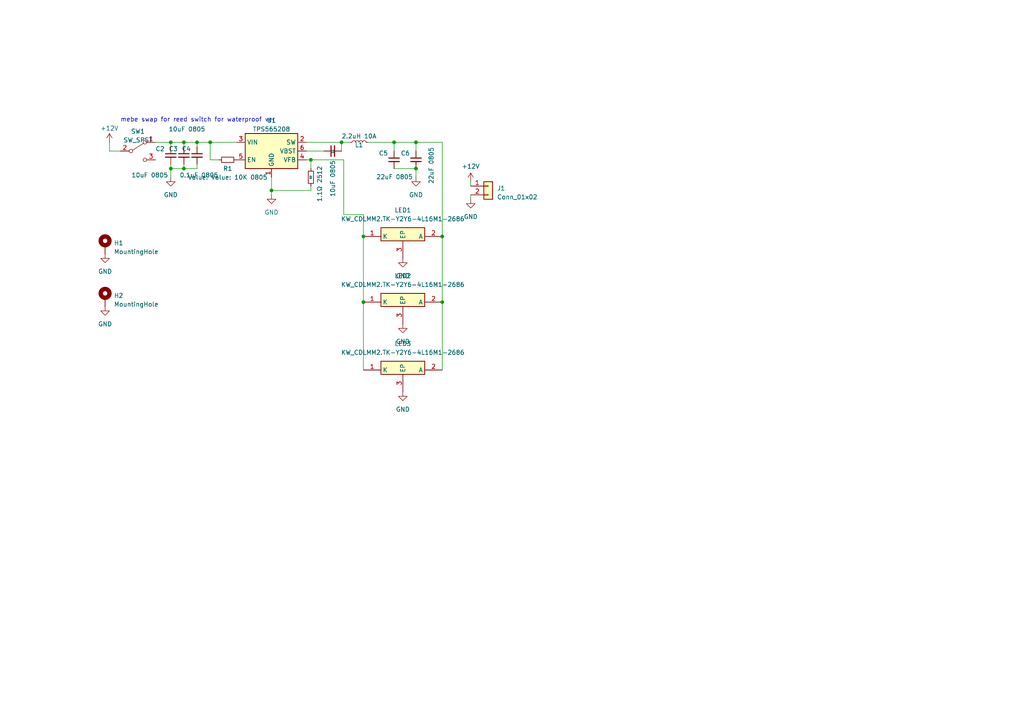
<source format=kicad_sch>
(kicad_sch (version 20230121) (generator eeschema)
  (paper "A4")
  (lib_symbols
    (symbol "Connector_Generic:Conn_01x02" (pin_names (offset 1.016) hide)
      (property "Reference" "J" (at 0 2.54 0))
      (property "Value" "Conn_01x02" (at 0 -5.08 0))
      (symbol "Conn_01x02_1_1"
        (rectangle (start -1.27 -2.413) (end 0 -2.667) (stroke (width 0.1524)))
        (rectangle (start -1.27 0.127) (end 0 -0.127) (stroke (width 0.1524)))
        (rectangle (start -1.27 1.27) (end 1.27 -3.81) (stroke (width 0.254)) (fill (type background)))
        (pin passive line (at -5.08 0 0) (length 3.81) (name "Pin_1") (number "1"))
        (pin passive line (at -5.08 -2.54 0) (length 3.81) (name "Pin_2") (number "2"))
      )
    )
    (symbol "Device:C_Small" (pin_numbers hide) (pin_names (offset 0.254) hide)
      (property "Reference" "C" (at 0.254 1.778 0))
      (property "Value" "C_Small" (at 0.254 -2.032 0))
      (symbol "C_Small_0_1"
        (polyline (pts (xy -1.524 -0.508) (xy 1.524 -0.508)) (stroke (width 0.3302)))
        (polyline (pts (xy -1.524 0.508) (xy 1.524 0.508)) (stroke (width 0.3048)))
      )
      (symbol "C_Small_1_1"
        (pin passive line (at 0 2.54 270) (length 2.032) (name "~") (number "1"))
        (pin passive line (at 0 -2.54 90) (length 2.032) (name "~") (number "2"))
      )
    )
    (symbol "Device:L_Small" (pin_numbers hide) (pin_names (offset 0.254) hide)
      (property "Reference" "L" (at 0.762 1.016 0))
      (property "Value" "L_Small" (at 0.762 -1.016 0))
      (symbol "L_Small_0_1"
        (arc (start 0 -2.032) (mid 0.5058 -1.524) (end 0 -1.016))
        (arc (start 0 -1.016) (mid 0.5058 -0.508) (end 0 0))
        (arc (start 0 0) (mid 0.5058 0.508) (end 0 1.016))
        (arc (start 0 1.016) (mid 0.5058 1.524) (end 0 2.032))
      )
      (symbol "L_Small_1_1"
        (pin passive line (at 0 2.54 270) (length 0.508) (name "~") (number "1"))
        (pin passive line (at 0 -2.54 90) (length 0.508) (name "~") (number "2"))
      )
    )
    (symbol "Device:R_Small" (pin_numbers hide) (pin_names (offset 0.254) hide)
      (property "Reference" "R" (at 0.762 0.508 0))
      (property "Value" "R_Small" (at 0.762 -1.016 0))
      (symbol "R_Small_0_1"
        (rectangle (start -0.762 1.778) (end 0.762 -1.778) (stroke (width 0.2032)))
      )
      (symbol "R_Small_1_1"
        (pin passive line (at 0 2.54 270) (length 0.762) (name "~") (number "1"))
        (pin passive line (at 0 -2.54 90) (length 0.762) (name "~") (number "2"))
      )
    )
    (symbol "KW_CDLMM2_TK-Y2Y6-4L16M1-2686:KW_CDLMM2.TK-Y2Y6-4L16M1-2686"
      (property "Reference" "LED5" (at 11.43 7.62 0))
      (property "Value" "KW_CDLMM2.TK-Y2Y6-4L16M1-2686" (at 11.43 5.08 0))
      (symbol "KW_CDLMM2.TK-Y2Y6-4L16M1-2686_1_1"
        (rectangle (start 5.08 2.54) (end 17.78 -1.27) (stroke (width 0.254)) (fill (type background)))
        (pin passive line (at 0 0 0) (length 5.08) (name "K") (number "1"))
        (pin passive line (at 22.86 0 180) (length 5.08) (name "A") (number "2"))
        (pin passive line (at 11.43 -6.35 90) (length 5.08) (name "EP") (number "3"))
      )
    )
    (symbol "Mechanical:MountingHole_Pad" (pin_numbers hide) (pin_names (offset 1.016) hide)
      (property "Reference" "H" (at 0 6.35 0))
      (property "Value" "MountingHole_Pad" (at 0 4.445 0))
      (symbol "MountingHole_Pad_0_1"
        (circle (center 0 1.27) (radius 1.27) (stroke (width 1.27)))
      )
      (symbol "MountingHole_Pad_1_1"
        (pin input line (at 0 -2.54 90) (length 2.54) (name "1") (number "1"))
      )
    )
    (symbol "Regulator_Switching:TPS565208"
      (property "Reference" "U" (at -7.62 6.35 0))
      (property "Value" "TPS565208" (at -2.54 6.35 0))
      (symbol "TPS565208_0_1"
        (rectangle (start -7.62 5.08) (end 7.62 -5.08) (stroke (width 0.254)) (fill (type background)))
      )
      (symbol "TPS565208_1_1"
        (pin power_in line (at 0 -7.62 90) (length 2.54) (name "GND") (number "1"))
        (pin output line (at 10.16 2.54 180) (length 2.54) (name "SW") (number "2"))
        (pin power_in line (at -10.16 2.54 0) (length 2.54) (name "VIN") (number "3"))
        (pin input line (at 10.16 -2.54 180) (length 2.54) (name "VFB") (number "4"))
        (pin input line (at -10.16 -2.54 0) (length 2.54) (name "EN") (number "5"))
        (pin passive line (at 10.16 0 180) (length 2.54) (name "VBST") (number "6"))
      )
    )
    (symbol "Switch:SW_SPDT" (pin_names (offset 0) hide)
      (property "Reference" "SW" (at 0 4.318 0))
      (property "Value" "SW_SPDT" (at 0 -5.08 0))
      (symbol "SW_SPDT_0_0"
        (circle (center -2.032 0) (radius 0.508))
        (circle (center 2.032 -2.54) (radius 0.508))
      )
      (symbol "SW_SPDT_0_1"
        (polyline (pts (xy -1.524 0.254) (xy 1.651 2.286)))
        (circle (center 2.032 2.54) (radius 0.508))
      )
      (symbol "SW_SPDT_1_1"
        (pin passive line (at 5.08 2.54 180) (length 2.54) (name "A") (number "1"))
        (pin passive line (at -5.08 0 0) (length 2.54) (name "B") (number "2"))
        (pin passive line (at 5.08 -2.54 180) (length 2.54) (name "C") (number "3"))
      )
    )
    (symbol "power:+12V" (power) (pin_names (offset 0))
      (property "Value" "+12V" (at 0 3.556 0))
      (symbol "+12V_0_1"
        (polyline (pts (xy -0.762 1.27) (xy 0 2.54)))
        (polyline (pts (xy 0 0) (xy 0 2.54)))
        (polyline (pts (xy 0 2.54) (xy 0.762 1.27)))
      )
      (symbol "+12V_1_1"
        (pin power_in line (at 0 0 90) (length 0) hide (name "+12V") (number "1"))
      )
    )
    (symbol "power:GND" (power) (pin_names (offset 0))
      (property "Value" "GND" (at 0 -3.81 0))
      (symbol "GND_0_1"
        (polyline (pts (xy 0 0) (xy 0 -1.27) (xy 1.27 -1.27) (xy 0 -2.54) (xy -1.27 -1.27) (xy 0 -1.27)))
      )
      (symbol "GND_1_1"
        (pin power_in line (at 0 0 270) (length 0) hide (name "GND") (number "1"))
      )
    )
  )
  (junction (at 114.3 41.275))
  (junction (at 120.65 48.895))
  (junction (at 78.74 55.245))
  (junction (at 49.53 48.895))
  (junction (at 57.15 41.275))
  (junction (at 53.34 41.275))
  (junction (at 90.17 46.355))
  (junction (at 49.53 41.275))
  (junction (at 128.27 87.63))
  (junction (at 120.65 41.275))
  (junction (at 60.96 41.275))
  (junction (at 53.34 48.895))
  (junction (at 105.41 87.63))
  (junction (at 105.41 68.58))
  (junction (at 128.27 68.58))
  (junction (at 99.06 41.275))
  (wire (pts (xy 128.27 87.63) (xy 128.27 107.315)))
  (wire (pts (xy 49.53 48.895) (xy 49.53 47.625)))
  (wire (pts (xy 128.27 68.58) (xy 128.27 87.63)))
  (wire (pts (xy 53.34 48.895) (xy 57.15 48.895)))
  (wire (pts (xy 120.65 51.435) (xy 120.65 48.895)))
  (wire (pts (xy 31.75 43.815) (xy 34.925 43.815)))
  (wire (pts (xy 57.15 48.895) (xy 57.15 47.625)))
  (wire (pts (xy 53.34 48.895) (xy 53.34 47.625)))
  (wire (pts (xy 120.65 41.275) (xy 128.27 41.275)))
  (wire (pts (xy 136.525 56.515) (xy 136.525 57.785)))
  (wire (pts (xy 57.15 41.275) (xy 60.96 41.275)))
  (wire (pts (xy 60.96 46.355) (xy 60.96 41.275)))
  (wire (pts (xy 60.96 46.355) (xy 63.5 46.355)))
  (wire (pts (xy 99.06 41.275) (xy 101.6 41.275)))
  (wire (pts (xy 45.085 41.275) (xy 49.53 41.275)))
  (wire (pts (xy 88.9 43.815) (xy 93.98 43.815)))
  (wire (pts (xy 49.53 42.545) (xy 49.53 41.275)))
  (wire (pts (xy 105.41 62.23) (xy 105.41 68.58)))
  (wire (pts (xy 49.53 48.895) (xy 53.34 48.895)))
  (wire (pts (xy 99.06 41.275) (xy 88.9 41.275)))
  (wire (pts (xy 120.65 41.275) (xy 114.3 41.275)))
  (wire (pts (xy 120.65 48.895) (xy 114.3 48.895)))
  (wire (pts (xy 53.34 41.275) (xy 53.34 42.545)))
  (wire (pts (xy 78.74 55.245) (xy 90.17 55.245)))
  (wire (pts (xy 49.53 51.435) (xy 49.53 48.895)))
  (wire (pts (xy 78.74 56.515) (xy 78.74 55.245)))
  (wire (pts (xy 99.695 46.355) (xy 99.695 62.23)))
  (wire (pts (xy 99.695 46.355) (xy 90.17 46.355)))
  (wire (pts (xy 105.41 62.23) (xy 99.695 62.23)))
  (wire (pts (xy 114.3 41.275) (xy 106.68 41.275)))
  (wire (pts (xy 114.3 43.815) (xy 114.3 41.275)))
  (wire (pts (xy 90.17 46.355) (xy 88.9 46.355)))
  (wire (pts (xy 105.41 68.58) (xy 105.41 87.63)))
  (wire (pts (xy 99.06 41.275) (xy 99.06 43.815)))
  (wire (pts (xy 53.34 41.275) (xy 57.15 41.275)))
  (wire (pts (xy 60.96 41.275) (xy 68.58 41.275)))
  (wire (pts (xy 128.27 41.275) (xy 128.27 68.58)))
  (wire (pts (xy 120.65 43.815) (xy 120.65 41.275)))
  (wire (pts (xy 57.15 41.275) (xy 57.15 42.545)))
  (wire (pts (xy 136.525 52.705) (xy 136.525 53.975)))
  (wire (pts (xy 105.41 87.63) (xy 105.41 107.315)))
  (wire (pts (xy 31.75 43.815) (xy 31.75 41.275)))
  (wire (pts (xy 49.53 41.275) (xy 53.34 41.275)))
  (wire (pts (xy 90.17 48.895) (xy 90.17 46.355)))
  (wire (pts (xy 78.74 55.245) (xy 78.74 51.435)))
  (wire (pts (xy 90.17 55.245) (xy 90.17 53.975)))
  (text "mebe swap for reed switch for waterproof ver" (at 34.925 35.56 0) (effects (font (size 1.27 1.27)) (justify left bottom)))
  (symbol (lib_id "Device:C_Small") (at 114.3 46.355 0) (unit 1)
    (property "Reference" "C5" (at 109.855 44.45 0) (effects (justify left)))
    (property "Value" "22uF 0805" (at 109.093 51.308 0) (effects (justify left)))
    (property "Footprint" "Capacitor_SMD:C_0805_2012Metric" (effects hide))
  )
  (symbol (lib_id "KW_CDLMM2_TK-Y2Y6-4L16M1-2686:KW_CDLMM2.TK-Y2Y6-4L16M1-2686") (at 105.41 87.63 0) (unit 1)
    (property "Reference" "LED2" (at 116.84 80.01 0))
    (property "Value" "KW_CDLMM2.TK-Y2Y6-4L16M1-2686" (at 116.84 82.55 0))
    (property "Footprint" "KW_CDLMM2.TK:KWCDLMM2TKY2Y64L16M12686" (effects hide))
    (property "Datasheet" "https://look.ams-osram.com/m/718522850bffd999/original/KW-CDLMM2-TK.pdf" (effects hide))
    (property "Height" "0.767" (effects hide))
    (property "Manufacturer_Name" "ams OSRAM" (effects hide))
    (property "Manufacturer_Part_Number" "KW CDLMM2.TK-Y2Y6-4L16M1-2686" (effects hide))
  )
  (symbol (lib_id "Regulator_Switching:TPS565208") (at 78.74 43.815 0) (unit 1)
    (property "Reference" "U1" (at 78.74 34.925 0))
    (property "Value" "TPS565208" (at 78.74 37.465 0))
    (property "Footprint" "Package_TO_SOT_SMD:SOT-23-6" (effects hide))
    (property "Datasheet" "http://www.ti.com/lit/ds/symlink/tps565208.pdf" (effects hide))
  )
  (symbol (lib_id "power:GND") (at 30.48 73.66 0) (unit 1)
    (property "Reference" "#PWR08" (effects hide))
    (property "Value" "GND" (at 30.48 78.74 0))
  )
  (symbol (lib_id "Mechanical:MountingHole_Pad") (at 30.48 71.12 0) (unit 1)
    (property "Reference" "H1" (at 33.02 70.485 0) (effects (justify left)))
    (property "Value" "MountingHole" (at 33.02 73.025 0) (effects (justify left)))
    (property "Footprint" "MountingHole:MountingHole_2.2mm_M2_DIN965_Pad" (effects hide))
  )
  (symbol (lib_id "Switch:SW_SPDT") (at 40.005 43.815 0) (unit 1)
    (property "Reference" "SW1" (at 40.005 38.1 0))
    (property "Value" "SW_SPST" (at 40.005 40.64 0))
    (property "Footprint" "Connector_Wire:SolderWire-0.1sqmm_1x03_P3.6mm_D0.4mm_OD1mm" (effects hide))
  )
  (symbol (lib_id "power:GND") (at 49.53 51.435 0) (unit 1)
    (property "Reference" "#PWR02" (effects hide))
    (property "Value" "GND" (at 49.53 56.515 0))
  )
  (symbol (lib_id "Device:C_Small") (at 120.65 46.355 0) (unit 1)
    (property "Reference" "C6" (at 116.205 44.45 0) (effects (justify left)))
    (property "Value" "22uF 0805" (at 125.095 53.34 90) (effects (justify left)))
    (property "Footprint" "Capacitor_SMD:C_0805_2012Metric" (effects hide))
  )
  (symbol (lib_id "Device:C_Small") (at 57.15 45.085 0) (unit 1)
    (property "Reference" "C4" (at 52.705 43.18 0) (effects (justify left)))
    (property "Value" "0.1uF 0805" (at 52.07 50.8 0) (effects (justify left)))
    (property "Footprint" "Capacitor_SMD:C_0805_2012Metric" (effects hide))
  )
  (symbol (lib_id "power:GND") (at 116.84 74.93 0) (unit 1)
    (property "Reference" "#PWR05" (effects hide))
    (property "Value" "GND" (at 116.84 80.01 0))
  )
  (symbol (lib_id "power:GND") (at 116.84 113.665 0) (unit 1)
    (property "Reference" "#PWR011" (effects hide))
    (property "Value" "GND" (at 116.84 118.745 0))
  )
  (symbol (lib_id "power:+12V") (at 136.525 52.705 0) (unit 1)
    (property "Reference" "#PWR04" (effects hide))
    (property "Value" "+13V" (at 136.525 48.26 0))
  )
  (symbol (lib_id "KW_CDLMM2_TK-Y2Y6-4L16M1-2686:KW_CDLMM2.TK-Y2Y6-4L16M1-2686") (at 105.41 68.58 0) (unit 1)
    (property "Reference" "LED1" (at 116.84 60.96 0))
    (property "Value" "KW_CDLMM2.TK-Y2Y6-4L16M1-2686" (at 116.84 63.5 0))
    (property "Footprint" "KW_CDLMM2.TK:KWCDLMM2TKY2Y64L16M12686" (effects hide))
    (property "Datasheet" "https://look.ams-osram.com/m/718522850bffd999/original/KW-CDLMM2-TK.pdf" (effects hide))
    (property "Height" "0.767" (effects hide))
    (property "Manufacturer_Name" "ams OSRAM" (effects hide))
    (property "Manufacturer_Part_Number" "KW CDLMM2.TK-Y2Y6-4L16M1-2686" (effects hide))
  )
  (symbol (lib_id "Mechanical:MountingHole_Pad") (at 30.48 86.36 0) (unit 1)
    (property "Reference" "H2" (at 33.02 85.725 0) (effects (justify left)))
    (property "Value" "MountingHole" (at 33.02 88.265 0) (effects (justify left)))
    (property "Footprint" "MountingHole:MountingHole_2.2mm_M2_DIN965_Pad" (effects hide))
  )
  (symbol (lib_id "power:GND") (at 116.84 93.98 0) (unit 1)
    (property "Reference" "#PWR010" (effects hide))
    (property "Value" "GND" (at 116.84 99.06 0))
  )
  (symbol (lib_id "Device:L_Small") (at 104.14 41.275 90) (unit 1)
    (property "Reference" "L1" (at 104.14 42.037 90))
    (property "Value" "2.2uH 10A" (at 104.14 39.497 90))
    (property "Footprint" "Inductor_SMD:L_Sunlord_MWSA0624S" (effects hide))
  )
  (symbol (lib_id "power:+12V") (at 31.75 41.275 0) (unit 1)
    (property "Reference" "#PWR01" (effects hide))
    (property "Value" "+13V" (at 31.75 37.211 0))
  )
  (symbol (lib_id "power:GND") (at 30.48 88.9 0) (unit 1)
    (property "Reference" "#PWR09" (effects hide))
    (property "Value" "GND" (at 30.48 93.98 0))
  )
  (symbol (lib_id "Device:R_Small") (at 90.17 51.435 0) (unit 1)
    (property "Reference" "R2" (at 90.17 51.435 90) (effects (font (size 0.5 0.5))))
    (property "Value" "1.1Ω 2512" (at 92.71 53.34 90))
    (property "Footprint" "Resistor_SMD:R_2512_6332Metric" (effects hide))
  )
  (symbol (lib_id "power:GND") (at 120.65 51.435 0) (unit 1)
    (property "Reference" "#PWR03" (effects hide))
    (property "Value" "GND" (at 120.65 56.515 0))
  )
  (symbol (lib_id "Connector_Generic:Conn_01x02") (at 141.605 53.975 0) (unit 1)
    (property "Reference" "J1" (at 144.145 54.61 0) (effects (justify left)))
    (property "Value" "Conn_01x02" (at 144.145 57.15 0) (effects (justify left)))
    (property "Footprint" "Connector_Wire:SolderWire-2sqmm_1x02_P7.8mm_D2mm_OD3.9mm" (effects hide))
  )
  (symbol (lib_id "Device:C_Small") (at 53.34 45.085 0) (unit 1)
    (property "Reference" "C3" (at 48.895 43.18 0) (effects (justify left)))
    (property "Value" "10uF 0805" (at 48.895 37.465 0) (effects (justify left)))
    (property "Footprint" "Capacitor_SMD:C_0805_2012Metric" (effects hide))
  )
  (symbol (lib_id "Device:R_Small") (at 66.04 46.355 270) (unit 1)
    (property "Reference" "R1" (at 66.04 48.895 90))
    (property "Value" "Value: 10K 0805" (at 66.04 51.435 90) (show_name))
    (property "Footprint" "Resistor_SMD:R_0805_2012Metric" (effects hide))
  )
  (symbol (lib_id "Device:C_Small") (at 96.52 43.815 90) (unit 1)
    (property "Reference" "C1" (at 96.52 44.45 0) (effects (font (size 0.5 0.5)) (justify left)))
    (property "Value" "10uF 0805" (at 96.52 57.15 0) (effects (justify left)))
    (property "Footprint" "Capacitor_SMD:C_0805_2012Metric" (effects hide))
  )
  (symbol (lib_id "Device:C_Small") (at 49.53 45.085 0) (unit 1)
    (property "Reference" "C2" (at 45.085 43.18 0) (effects (justify left)))
    (property "Value" "10uF 0805" (at 38.1 50.8 0) (effects (justify left)))
    (property "Footprint" "Capacitor_SMD:C_0805_2012Metric" (effects hide))
  )
  (symbol (lib_id "power:GND") (at 78.74 56.515 0) (unit 1)
    (property "Reference" "#PWR06" (effects hide))
    (property "Value" "GND" (at 78.74 61.595 0))
  )
  (symbol (lib_id "KW_CDLMM2_TK-Y2Y6-4L16M1-2686:KW_CDLMM2.TK-Y2Y6-4L16M1-2686") (at 105.41 107.315 0) (unit 1)
    (property "Reference" "LED3" (at 116.84 99.695 0))
    (property "Value" "KW_CDLMM2.TK-Y2Y6-4L16M1-2686" (at 116.84 102.235 0))
    (property "Footprint" "KW_CDLMM2.TK:KWCDLMM2TKY2Y64L16M12686" (effects hide))
    (property "Datasheet" "https://look.ams-osram.com/m/718522850bffd999/original/KW-CDLMM2-TK.pdf" (effects hide))
    (property "Height" "0.767" (effects hide))
    (property "Manufacturer_Name" "ams OSRAM" (effects hide))
    (property "Manufacturer_Part_Number" "KW CDLMM2.TK-Y2Y6-4L16M1-2686" (effects hide))
  )
  (symbol (lib_id "power:GND") (at 136.525 57.785 0) (unit 1)
    (property "Reference" "#PWR07" (effects hide))
    (property "Value" "GND" (at 136.525 62.865 0))
  )
)
</source>
